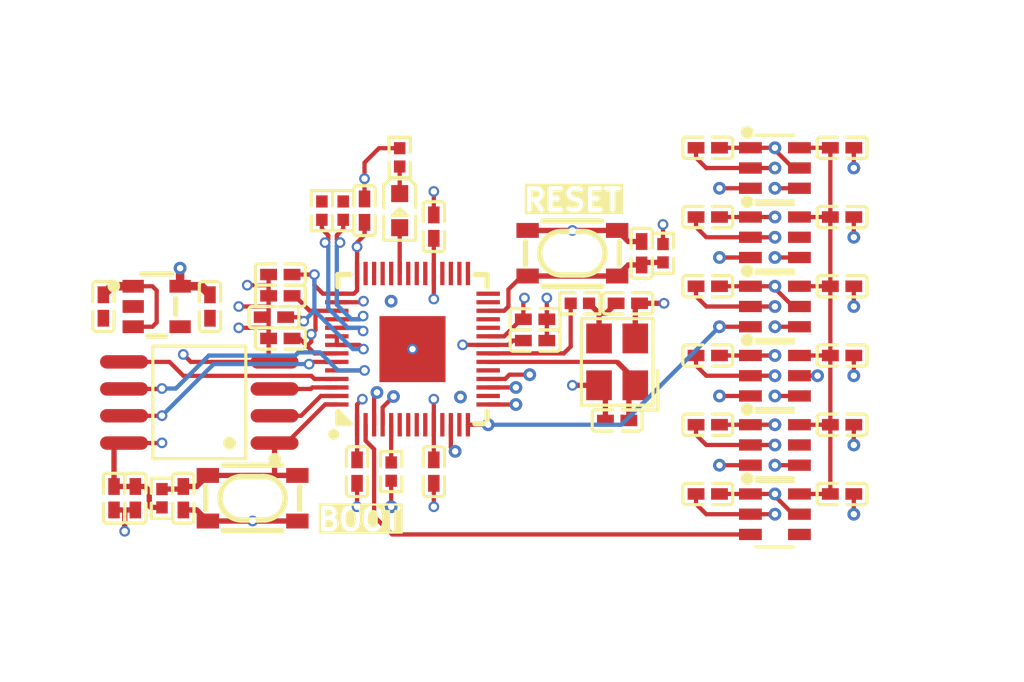
<source format=kicad_pcb>
(kicad_pcb (version 20241229) (generator "pcbnew") (generator_version "9.0")
  (layers (0 "F.Cu" signal) (4 "In1.Cu" signal) (6 "In2.Cu" signal) (2 "B.Cu" signal) (13 "F.Paste" user) (15 "B.Paste" user) (5 "F.SilkS" user "F.Silkscreen") (7 "B.SilkS" user "B.Silkscreen") (1 "F.Mask" user) (3 "B.Mask" user) (25 "Edge.Cuts" user))
  (net 0 "")
  (net 1 "GPIO4")
  (net 2 "GPIO10")
  (net 3 "QSPI_SS")
  (net 4 "GPIO5")
  (net 5 "TESTEN")
  (net 6 "mcu-line-1")
  (net 7 "GPIO8")
  (net 8 "USB_P")
  (net 9 "VBUS")
  (net 10 "-line-6")
  (net 11 "K")
  (net 12 "GPIO22")
  (net 13 "-line-0")
  (net 14 "UART_RX")
  (net 15 "RP_USB_P")
  (net 16 "GPIO13")
  (net 17 "RP_USB_N")
  (net 18 "SWD")
  (net 19 "SWO")
  (net 20 "GPIO7")
  (net 21 "3V3")
  (net 22 "DO")
  (net 23 "UART_TX")
  (net 24 "RUN")
  (net 25 "SWDIO")
  (net 26 "hv")
  (net 27 "-line-1")
  (net 28 "SWCLK")
  (net 29 "GPIO17")
  (net 30 "GPIO16")
  (net 31 "GPIO6")
  (net 32 "DVDD")
  (net 33 "mcu-line-5")
  (net 34 "-line-3")
  (net 35 "GPIO21")
  (net 36 "USB_N")
  (net 37 "mcu-line-7")
  (net 38 "xin")
  (net 39 "mcu-line-3")
  (net 40 "-line-2")
  (net 41 "-line-5")
  (net 42 "output")
  (net 43 "DI")
  (net 44 "nRESET")
  (net 45 "QSPI_SD2")
  (net 46 "GND")
  (net 47 "mcu-line-2")
  (net 48 "mcu-line-4")
  (net 49 "GND_DETECT")
  (net 50 "A")
  (net 51 "net")
  (net 52 "-line-4")
  (net 53 "GPIO24")
  (net 54 "xout")
  (net 55 "GPIO23")
  (net 56 "QSPI_SD3")
  (net 57 "QSPI_SCLK")
  (net 58 "-line-7")
  (net 59 "mcu-line-0")
  (net 60 "mcu-line-6")
  (footprint "Wuxi_I_core_Elec_AiP74LVC1T45GB236_TR:SOT-23-6_L2.9-W1.6-P0.95-LS2.8-BL" (layer "F.Cu") (at 17 4.5 -90)
    (property "Reference" "U7" (hide yes))
    (property "Value" "")
  )
  (footprint "Samsung_Electro_Mechanics_CL05A225MQ5NSNC:C0402" (layer "F.Cu") (at -6.2 -2.5 180)
    (property "Reference" "C16" (hide yes))
    (property "Value" "2.2µF ±20% 6.3V X5R")
  )
  (footprint "Samsung_Electro_Mechanics_CL05A225MQ5NSNC:C0402" (layer "F.Cu") (at -13.999999 7 -90)
    (property "Reference" "C28" (hide yes))
    (property "Value" "2.2µF ±20% 6.3V X5R")
  )
  (footprint "Raspberry_Pi_RP2040:LQFN-56_L7.0-W7.0-P0.4-EP" (layer "F.Cu") (at 0 0 90)
    (property "Reference" "U8" (hide yes))
    (property "Value" "")
  )
  (footprint "Samsung_Electro_Mechanics_CL05B104KO5NNNC:C0402" (layer "F.Cu") (at 5.749999 -1.4 0)
    (property "Reference" "C18" (hide yes))
    (property "Value" "100nF ±10% 16V X7R")
  )
  (footprint "Samsung_Electro_Mechanics_CL05A225MQ5NSNC:C0402" (layer "F.Cu") (at -6.2 -3.5 180)
    (property "Reference" "C21" (hide yes))
    (property "Value" "2.2µF ±20% 6.3V X5R")
  )
  (footprint "Wuxi_I_core_Elec_AiP74LVC1T45GB236_TR:SOT-23-6_L2.9-W1.6-P0.95-LS2.8-BL" (layer "F.Cu") (at 17 -5.25 -90)
    (property "Reference" "U4" (hide yes))
    (property "Value" "")
  )
  (footprint "Wuxi_I_core_Elec_AiP74LVC1T45GB236_TR:SOT-23-6_L2.9-W1.6-P0.95-LS2.8-BL" (layer "F.Cu") (at 17 -8.5 -90)
    (property "Reference" "U5" (hide yes))
    (property "Value" "")
  )
  (footprint "Samsung_Electro_Mechanics_CL05B104KO5NNNC:C0402" (layer "F.Cu") (at 20.150001 6.8 0)
    (property "Reference" "C12" (hide yes))
    (property "Value" "100nF ±10% 16V X7R")
  )
  (footprint "Hubei_KENTO_Elec_KT_0603R:LED0603-RD" (layer "F.Cu") (at -0.6 -6.5 -90)
    (property "Reference" "LED1" (hide yes))
    (property "Value" "")
  )
  (footprint "Wuxi_I_core_Elec_AiP74LVC1T45GB236_TR:SOT-23-6_L2.9-W1.6-P0.95-LS2.8-BL" (layer "F.Cu") (at 17 1.25 -90)
    (property "Reference" "U2" (hide yes))
    (property "Value" "")
  )
  (footprint "Samsung_Electro_Mechanics_CL05B104KO5NNNC:C0402" (layer "F.Cu") (at 5.75 -0.4 0)
    (property "Reference" "C23" (hide yes))
    (property "Value" "100nF ±10% 16V X7R")
  )
  (footprint "FH_0402CG150J500NT:C0402" (layer "F.Cu") (at 9.6 3.35 180)
    (property "Reference" "C19" (hide yes))
    (property "Value" "15pF ±5% 50V C0G")
  )
  (footprint "Samsung_Electro_Mechanics_CL05B104KO5NNNC:C0402" (layer "F.Cu") (at -9.5 -2 -90)
    (property "Reference" "C2" (hide yes))
    (property "Value" "100nF ±10% 16V X7R")
  )
  (footprint "Samsung_Electro_Mechanics_CL05B104KO5NNNC:C0402" (layer "F.Cu") (at 20.150001 -2.95 0)
    (property "Reference" "C6" (hide yes))
    (property "Value" "100nF ±10% 16V X7R")
  )
  (footprint "Samsung_Electro_Mechanics_CL05B104KO5NNNC:C0402" (layer "F.Cu") (at 13.85 -2.95 180)
    (property "Reference" "C5" (hide yes))
    (property "Value" "100nF ±10% 16V X7R")
  )
  (footprint "Samsung_Electro_Mechanics_CL05B104KO5NNNC:C0402" (layer "F.Cu") (at -14.5 -2 -90)
    (property "Reference" "C1" (hide yes))
    (property "Value" "100nF ±10% 16V X7R")
  )
  (footprint "Samsung_Electro_Mechanics_CL05B104KO5NNNC:C0402" (layer "F.Cu") (at 20.150001 -9.45 0)
    (property "Reference" "C10" (hide yes))
    (property "Value" "100nF ±10% 16V X7R")
  )
  (footprint "Yangxing_Tech_X322512MSB4SI:CRYSTAL-SMD_4P-L3.2-W2.5-BL" (layer "F.Cu") (at 9.6 0.6 90)
    (property "Reference" "X1" (hide yes))
    (property "Value" "")
  )
  (footprint "Samsung_Electro_Mechanics_CL05B104KO5NNNC:C0402" (layer "F.Cu") (at -2.25 -6.5 90)
    (property "Reference" "C24" (hide yes))
    (property "Value" "100nF ±10% 16V X7R")
  )
  (footprint "Samsung_Electro_Mechanics_CL05B104KO5NNNC:C0402" (layer "F.Cu") (at -6.5 -1.5 180)
    (property "Reference" "C22" (hide yes))
    (property "Value" "100nF ±10% 16V X7R")
  )
  (footprint "Wuxi_I_core_Elec_AiP74LVC1T45GB236_TR:SOT-23-6_L2.9-W1.6-P0.95-LS2.8-BL" (layer "F.Cu") (at 17 7.75 -90)
    (property "Reference" "U6" (hide yes))
    (property "Value" "")
  )
  (footprint "Samsung_Electro_Mechanics_CL05A105KA5NQNC:C0402" (layer "F.Cu") (at -10.749999 7 -90)
    (property "Reference" "C15" (hide yes))
    (property "Value" "1µF ±10% 25V X5R")
  )
  (footprint "Samsung_Electro_Mechanics_CL05B104KO5NNNC:C0402" (layer "F.Cu") (at 1 5.75 -90)
    (property "Reference" "C27" (hide yes))
    (property "Value" "100nF ±10% 16V X7R")
  )
  (footprint "Samsung_Electro_Mechanics_CL05A105KA5NQNC:C0402" (layer "F.Cu") (at 10.749999 -4.5 90)
    (property "Reference" "C30" (hide yes))
    (property "Value" "1µF ±10% 25V X5R")
  )
  (footprint "YAGEO_RC0402FR_0727RL:R0402" (layer "F.Cu") (at -3.25 -6.5 -90)
    (property "Reference" "R7" (hide yes))
    (property "Value" "27Ω ±1% 62.5mW")
  )
  (footprint "Samsung_Electro_Mechanics_CL05B104KO5NNNC:C0402" (layer "F.Cu") (at 13.85 -6.2 180)
    (property "Reference" "C7" (hide yes))
    (property "Value" "100nF ±10% 16V X7R")
  )
  (footprint "Samsung_Electro_Mechanics_CL05B104KO5NNNC:C0402" (layer "F.Cu") (at 13.85 -9.45 180)
    (property "Reference" "C9" (hide yes))
    (property "Value" "100nF ±10% 16V X7R")
  )
  (footprint "UNI_ROYAL_0402WGF1002TCE:R0402" (layer "F.Cu") (at -11.75 7 90)
    (property "Reference" "R2" (hide yes))
    (property "Value" "10kΩ ±1% 62.5mW")
  )
  (footprint "Wuxi_I_core_Elec_AiP74LVC1T45GB236_TR:SOT-23-6_L2.9-W1.6-P0.95-LS2.8-BL" (layer "F.Cu") (at 17 -2 -90)
    (property "Reference" "U3" (hide yes))
    (property "Value" "")
  )
  (footprint "YAGEO_RC0402FR_0727RL:R0402" (layer "F.Cu") (at -4.25 -6.5 -90)
    (property "Reference" "R6" (hide yes))
    (property "Value" "27Ω ±1% 62.5mW")
  )
  (footprint "Samsung_Electro_Mechanics_CL05B104KO5NNNC:C0402" (layer "F.Cu") (at 13.85 6.8 180)
    (property "Reference" "C11" (hide yes))
    (property "Value" "100nF ±10% 16V X7R")
  )
  (footprint "TECH_PUBLIC_TPAP2112K_3_3TRG1:SOT-23-5_L2.9-W1.6-P0.95-LS2.8-BR" (layer "F.Cu") (at -12 -2 180)
    (property "Reference" "U1" (hide yes))
    (property "Value" "")
  )
  (footprint "UNI_ROYAL_0402WGF1001TCE:R0402" (layer "F.Cu") (at 7.85 -2.15 180)
    (property "Reference" "R3" (hide yes))
    (property "Value" "1kΩ ±1% 62.5mW")
  )
  (footprint "FH_0402CG150J500NT:C0402" (layer "F.Cu") (at 10.1 -2.15 0)
    (property "Reference" "C20" (hide yes))
    (property "Value" "15pF ±5% 50V C0G")
  )
  (footprint "Samsung_Electro_Mechanics_CL05B104KO5NNNC:C0402" (layer "F.Cu") (at -13 7 -90)
    (property "Reference" "C29" (hide yes))
    (property "Value" "100nF ±10% 16V X7R")
  )
  (footprint "Samsung_Electro_Mechanics_CL05B104KO5NNNC:C0402" (layer "F.Cu") (at 13.85 3.55 180)
    (property "Reference" "C13" (hide yes))
    (property "Value" "100nF ±10% 16V X7R")
  )
  (footprint "Samsung_Electro_Mechanics_CL05B104KO5NNNC:C0402" (layer "F.Cu") (at 1 -5.75 90)
    (property "Reference" "C25" (hide yes))
    (property "Value" "100nF ±10% 16V X7R")
  )
  (footprint "ALPSALPINE_SKRPACE010:KEY-SMD_4P-L4.2-W3.2-P2.20-LS4.6" (layer "F.Cu") (at 7.499999 -4.5 0)
    (property "Reference" "SW2" (hide yes))
    (property "Value" "")
  )
  (footprint "ALPSALPINE_SKRPACE010:KEY-SMD_4P-L4.2-W3.2-P2.20-LS4.6" (layer "F.Cu") (at -7.499999 7 180)
    (property "Reference" "SW1" (hide yes))
    (property "Value" "")
  )
  (footprint "Winbond_Elec_W25Q128JVSIQ:SOIC-8_L5.3-W5.3-P1.27-LS8.0-BL" (layer "F.Cu") (at -10 2.5 90)
    (property "Reference" "U9" (hide yes))
    (property "Value" "")
  )
  (footprint "Samsung_Electro_Mechanics_CL05B104KO5NNNC:C0402" (layer "F.Cu") (at -6.2 -0.499999 180)
    (property "Reference" "C17" (hide yes))
    (property "Value" "100nF ±10% 16V X7R")
  )
  (footprint "UNI_ROYAL_0402WGF1003TCE:R0402" (layer "F.Cu") (at -1 5.75 -90)
    (property "Reference" "R1" (hide yes))
    (property "Value" "100kΩ ±1% 62.5mW")
  )
  (footprint "Samsung_Electro_Mechanics_CL05B104KO5NNNC:C0402" (layer "F.Cu") (at 20.150001 0.3 0)
    (property "Reference" "C4" (hide yes))
    (property "Value" "100nF ±10% 16V X7R")
  )
  (footprint "Samsung_Electro_Mechanics_CL05B104KO5NNNC:C0402" (layer "F.Cu") (at 20.150001 3.55 0)
    (property "Reference" "C14" (hide yes))
    (property "Value" "100nF ±10% 16V X7R")
  )
  (footprint "UNI_ROYAL_0402WGF1002TCE:R0402" (layer "F.Cu") (at 11.75 -4.5 -90)
    (property "Reference" "R5" (hide yes))
    (property "Value" "10kΩ ±1% 62.5mW")
  )
  (footprint "Samsung_Electro_Mechanics_CL05B104KO5NNNC:C0402" (layer "F.Cu") (at -2.600001 5.75 -90)
    (property "Reference" "C26" (hide yes))
    (property "Value" "100nF ±10% 16V X7R")
  )
  (footprint "Samsung_Electro_Mechanics_CL05B104KO5NNNC:C0402" (layer "F.Cu") (at 20.150001 -6.2 0)
    (property "Reference" "C8" (hide yes))
    (property "Value" "100nF ±10% 16V X7R")
  )
  (footprint "UNI_ROYAL_0402WGF1002TCE:R0402" (layer "F.Cu") (at -0.6 -9 -90)
    (property "Reference" "R4" (hide yes))
    (property "Value" "10kΩ ±1% 62.5mW")
  )
  (footprint "Samsung_Electro_Mechanics_CL05B104KO5NNNC:C0402" (layer "F.Cu") (at 13.85 0.3 180)
    (property "Reference" "C3" (hide yes))
    (property "Value" "100nF ±10% 16V X7R")
  )
  (via (at 4.85 2.600001) (size 0.6) (drill 0.3) (layers "F.Cu" "B.Cu") (net 13))
  (via (at 14.4 2.2) (size 0.6) (drill 0.3) (layers "F.Cu" "B.Cu") (net 13))
  (via (at 17 5.45) (size 0.6) (drill 0.3) (layers "F.Cu" "B.Cu") (net 14))
  (via (at -2.314537 -0.85) (size 0.5) (drill 0.3) (layers "F.Cu" "B.Cu") (net 15))
  (via (at -4.1 -5) (size 0.5) (drill 0.3) (layers "F.Cu" "B.Cu") (net 15))
  (via (at -3.4 -5) (size 0.5) (drill 0.3) (layers "F.Cu" "B.Cu") (net 17))
  (via (at -2.314537 -1.55) (size 0.5) (drill 0.3) (layers "F.Cu" "B.Cu") (net 17))
  (via (at 17 -4.3) (size 0.6) (drill 0.3) (layers "F.Cu" "B.Cu") (net 19))
  (via (at 17 6.8) (size 0.6) (drill 0.3) (layers "F.Cu" "B.Cu") (net 21))
  (via (at 11.75 -5.85) (size 0.5) (drill 0.3) (layers "F.Cu" "B.Cu") (net 21))
  (via (at 1 2.35) (size 0.5) (drill 0.3) (layers "F.Cu" "B.Cu") (net 21))
  (via (at -2.300001 0) (size 0.5) (drill 0.3) (layers "F.Cu" "B.Cu") (net 21))
  (via (at -1 7.4) (size 0.6) (drill 0.3) (layers "F.Cu" "B.Cu") (net 21))
  (via (at -4.6 -3.5) (size 0.5) (drill 0.3) (layers "F.Cu" "B.Cu") (net 21))
  (via (at -2.601 -4.8) (size 0.5) (drill 0.3) (layers "F.Cu" "B.Cu") (net 21))
  (via (at 17 3.55) (size 0.6) (drill 0.3) (layers "F.Cu" "B.Cu") (net 21))
  (via (at -5.1 -1.308065) (size 0.5) (drill 0.3) (layers "F.Cu" "B.Cu") (net 21))
  (via (at 17 -6.2) (size 0.6) (drill 0.3) (layers "F.Cu" "B.Cu") (net 21))
  (via (at -11.75 4.4) (size 0.5) (drill 0.3) (layers "F.Cu" "B.Cu") (net 21))
  (via (at -10.9 -3.8) (size 0.6) (drill 0.3) (layers "F.Cu" "B.Cu") (net 21))
  (via (at 17 -2.95) (size 0.6) (drill 0.3) (layers "F.Cu" "B.Cu") (net 21))
  (via (at 1 -2.35) (size 0.5) (drill 0.3) (layers "F.Cu" "B.Cu") (net 21))
  (via (at 17 -9.45) (size 0.6) (drill 0.3) (layers "F.Cu" "B.Cu") (net 21))
  (via (at 2.35 -0.199999) (size 0.5) (drill 0.3) (layers "F.Cu" "B.Cu") (net 21))
  (via (at -2.298886 -2.249829) (size 0.5) (drill 0.3) (layers "F.Cu" "B.Cu") (net 21))
  (via (at -2.35 2.35) (size 0.5) (drill 0.3) (layers "F.Cu" "B.Cu") (net 21))
  (via (at 17 0.3) (size 0.6) (drill 0.3) (layers "F.Cu" "B.Cu") (net 21))
  (via (at 17 2.2) (size 0.6) (drill 0.3) (layers "F.Cu" "B.Cu") (net 25))
  (via (at 19 1.25) (size 0.6) (drill 0.3) (layers "F.Cu" "B.Cu") (net 27))
  (via (at 2 4.8) (size 0.6) (drill 0.3) (layers "F.Cu" "B.Cu") (net 27))
  (via (at -4.75 -0.7) (size 0.5) (drill 0.3) (layers "F.Cu" "B.Cu") (net 32))
  (via (at 5.25 -2.4) (size 0.5) (drill 0.3) (layers "F.Cu" "B.Cu") (net 32))
  (via (at 17 -1.05) (size 0.6) (drill 0.3) (layers "F.Cu" "B.Cu") (net 34))
  (via (at -0.892175 2.226491) (size 0.6) (drill 0.3) (layers "F.Cu" "B.Cu") (net 37))
  (via (at 3.55 3.55) (size 0.6) (drill 0.3) (layers "F.Cu" "B.Cu") (net 40))
  (via (at 14.4 -1.05) (size 0.6) (drill 0.3) (layers "F.Cu" "B.Cu") (net 40))
  (via (at 5.5 1.2) (size 0.6) (drill 0.3) (layers "F.Cu" "B.Cu") (net 41))
  (via (at 14.4 -7.55) (size 0.6) (drill 0.3) (layers "F.Cu" "B.Cu") (net 41))
  (via (at 17 -7.55) (size 0.6) (drill 0.3) (layers "F.Cu" "B.Cu") (net 44))
  (via (at -7.5 8.07) (size 0.5) (drill 0.3) (layers "F.Cu" "B.Cu") (net 46))
  (via (at 6.3 -2.4) (size 0.5) (drill 0.3) (layers "F.Cu" "B.Cu") (net 46))
  (via (at 1 -7.4) (size 0.5) (drill 0.3) (layers "F.Cu" "B.Cu") (net 46))
  (via (at 17 7.75) (size 0.6) (drill 0.3) (layers "F.Cu" "B.Cu") (net 46))
  (via (at 2.25 2.25) (size 0.6) (drill 0.3) (layers "F.Cu" "B.Cu") (net 46))
  (via (at 7.499999 1.7) (size 0.5) (drill 0.3) (layers "F.Cu" "B.Cu") (net 46))
  (via (at 17 -2) (size 0.6) (drill 0.3) (layers "F.Cu" "B.Cu") (net 46))
  (via (at 20.7 1.25) (size 0.6) (drill 0.3) (layers "F.Cu" "B.Cu") (net 46))
  (via (at 17 -8.5) (size 0.6) (drill 0.3) (layers "F.Cu" "B.Cu") (net 46))
  (via (at 17 4.5) (size 0.6) (drill 0.3) (layers "F.Cu" "B.Cu") (net 46))
  (via (at 20.7 -5.25) (size 0.6) (drill 0.3) (layers "F.Cu" "B.Cu") (net 46))
  (via (at -13.500001 8.55) (size 0.5) (drill 0.3) (layers "F.Cu" "B.Cu") (net 46))
  (via (at 17 1.25) (size 0.6) (drill 0.3) (layers "F.Cu" "B.Cu") (net 46))
  (via (at 20.7 7.75) (size 0.6) (drill 0.3) (layers "F.Cu" "B.Cu") (net 46))
  (via (at -1 -2.25) (size 0.6) (drill 0.3) (layers "F.Cu" "B.Cu") (net 46))
  (via (at 20.7 4.5) (size 0.6) (drill 0.3) (layers "F.Cu" "B.Cu") (net 46))
  (via (at -10.75 0.25) (size 0.5) (drill 0.3) (layers "F.Cu" "B.Cu") (net 46))
  (via (at -7.75 -3) (size 0.5) (drill 0.3) (layers "F.Cu" "B.Cu") (net 46))
  (via (at 0 0) (size 0.5) (drill 0.3) (layers "F.Cu" "B.Cu") (net 46))
  (via (at 17 -5.25) (size 0.6) (drill 0.3) (layers "F.Cu" "B.Cu") (net 46))
  (via (at 1 7.4) (size 0.5) (drill 0.3) (layers "F.Cu" "B.Cu") (net 46))
  (via (at -8.15 -2) (size 0.5) (drill 0.3) (layers "F.Cu" "B.Cu") (net 46))
  (via (at -2.25 -8) (size 0.5) (drill 0.3) (layers "F.Cu" "B.Cu") (net 46))
  (via (at -2.6 7.4) (size 0.5) (drill 0.3) (layers "F.Cu" "B.Cu") (net 46))
  (via (at 20.7 -2) (size 0.6) (drill 0.3) (layers "F.Cu" "B.Cu") (net 46))
  (via (at 20.7 -8.5) (size 0.6) (drill 0.3) (layers "F.Cu" "B.Cu") (net 46))
  (via (at 11.8 -2.150001) (size 0.5) (drill 0.3) (layers "F.Cu" "B.Cu") (net 46))
  (via (at 7.5 -5.57) (size 0.5) (drill 0.3) (layers "F.Cu" "B.Cu") (net 46))
  (via (at -8.15 -1) (size 0.5) (drill 0.3) (layers "F.Cu" "B.Cu") (net 46))
  (via (at 4.85 1.8) (size 0.6) (drill 0.3) (layers "F.Cu" "B.Cu") (net 52))
  (via (at 14.4 -4.3) (size 0.6) (drill 0.3) (layers "F.Cu" "B.Cu") (net 52))
  (via (at -11.75 3.125) (size 0.5) (drill 0.3) (layers "F.Cu" "B.Cu") (net 56))
  (via (at -4.85 0.704) (size 0.5) (drill 0.3) (layers "F.Cu" "B.Cu") (net 56))
  (via (at -2.25 1) (size 0.5) (drill 0.3) (layers "F.Cu" "B.Cu") (net 57))
  (via (at -11.75 1.85) (size 0.5) (drill 0.3) (layers "F.Cu" "B.Cu") (net 57))
  (via (at 14.4 5.45) (size 0.6) (drill 0.3) (layers "F.Cu" "B.Cu") (net 58))
  (via (at -1.669073 2.035616) (size 0.6) (drill 0.3) (layers "F.Cu" "B.Cu") (net 58))
  (segment (start -10.12 6.45) (end -9.6 5.93) (width 0.25) (net 3) (layer "F.Cu"))
  (segment (start -5.91 4.41) (end -4.1 2.6) (width 0.2) (net 3) (layer "F.Cu"))
  (segment (start -5.4 5.93) (end -6.47 5.93) (width 0.25) (net 3) (layer "F.Cu"))
  (segment (start -10.87 6.57) (end -10.75 6.45) (width 0.25) (net 3) (layer "F.Cu"))
  (segment (start -10.75 6.45) (end -10.12 6.45) (width 0.25) (net 3) (layer "F.Cu"))
  (segment (start -4.1 2.6) (end -3.55 2.600001) (width 0.2) (net 3) (layer "F.Cu"))
  (segment (start -6.47 4.41) (end -5.91 4.41) (width 0.2) (net 3) (layer "F.Cu"))
  (segment (start -6.47 5.93) (end -6.47 4.41) (width 0.25) (net 3) (layer "F.Cu"))
  (segment (start -9.6 5.93) (end -5.4 5.93) (width 0.25) (net 3) (layer "F.Cu"))
  (segment (start -11.75 6.57) (end -10.87 6.57) (width 0.25) (net 3) (layer "F.Cu"))
  (segment (start -12 -1.25) (end -12 -2.75) (width 0.2) (net 9) (layer "F.Cu"))
  (segment (start -12.2 -1.05) (end -12 -1.25) (width 0.2) (net 9) (layer "F.Cu"))
  (segment (start -12.2 -2.95) (end -13.1 -2.95) (width 0.2) (net 9) (layer "F.Cu"))
  (segment (start -12 -2.75) (end -12.2 -2.95) (width 0.2) (net 9) (layer "F.Cu"))
  (segment (start -14.100001 -2.95) (end -13.1 -2.95) (width 0.4) (net 9) (layer "F.Cu"))
  (segment (start -13.1 -1.05) (end -12.2 -1.05) (width 0.2) (net 9) (layer "F.Cu"))
  (segment (start -14.5 -2.55) (end -14.100001 -2.95) (width 0.4) (net 9) (layer "F.Cu"))
  (segment (start -1.8 4.7) (end -2.2 4.3) (width 0.2) (net 10) (layer "F.Cu"))
  (segment (start -1.8 7.85) (end -1.8 4.7) (width 0.2) (net 10) (layer "F.Cu"))
  (segment (start 15.849999 8.7) (end -0.949999 8.7) (width 0.2) (net 10) (layer "F.Cu"))
  (segment (start -2.2 4.3) (end -2.2 3.55) (width 0.2) (net 10) (layer "F.Cu"))
  (segment (start -0.949999 8.7) (end -1.8 7.85) (width 0.2) (net 10) (layer "F.Cu"))
  (segment (start -0.6 -7.299999) (end -0.6 -8.57) (width 0.2) (net 11) (layer "F.Cu"))
  (segment (start 15.85 2.199999) (end 14.4 2.2) (width 0.2) (net 13) (layer "F.Cu"))
  (segment (start 4.85 2.600001) (end 3.55 2.600001) (width 0.2) (net 13) (layer "F.Cu"))
  (segment (start 18.15 5.45) (end 17 5.45) (width 0.2) (net 14) (layer "F.Cu"))
  (segment (start -2.464537 -1) (end -2.314537 -0.85) (width 0.2) (net 15) (layer "F.Cu"))
  (segment (start -3.95 -5.342499) (end -3.95 -5.15) (width 0.2) (net 15) (layer "F.Cu"))
  (segment (start -4.25 -6.07) (end -4.25 -5.642499) (width 0.2) (net 15) (layer "F.Cu"))
  (segment (start -3.95 -5.15) (end -4.1 -5) (width 0.2) (net 15) (layer "F.Cu"))
  (segment (start -4.25 -5.642499) (end -3.95 -5.342499) (width 0.2) (net 15) (layer "F.Cu"))
  (segment (start -3.55 -1) (end -2.464537 -1) (width 0.2) (net 15) (layer "F.Cu"))
  (segment (start -3.032844 -1) (end -3.95 -1.917156) (width 0.2) (net 15) (layer "B.Cu"))
  (segment (start -2.314537 -0.85) (end -2.464537 -1) (width 0.2) (net 15) (layer "B.Cu"))
  (segment (start -2.464537 -1) (end -3.032844 -1) (width 0.2) (net 15) (layer "B.Cu"))
  (segment (start -3.95 -4.85) (end -4.1 -5) (width 0.2) (net 15) (layer "B.Cu"))
  (segment (start -3.95 -1.917156) (end -3.95 -4.85) (width 0.2) (net 15) (layer "B.Cu"))
  (segment (start -3.55 -5.15) (end -3.4 -5) (width 0.2) (net 17) (layer "F.Cu"))
  (segment (start -3.55 -5.342499) (end -3.55 -5.15) (width 0.2) (net 17) (layer "F.Cu"))
  (segment (start -3.550001 -1.4) (end -2.464537 -1.4) (width 0.2) (net 17) (layer "F.Cu"))
  (segment (start -2.464537 -1.4) (end -2.314537 -1.55) (width 0.2) (net 17) (layer "F.Cu"))
  (segment (start -3.25 -6.07) (end -3.25 -5.642499) (width 0.2) (net 17) (layer "F.Cu"))
  (segment (start -3.25 -5.642499) (end -3.55 -5.342499) (width 0.2) (net 17) (layer "F.Cu"))
  (segment (start -2.464537 -1.4) (end -2.867156 -1.4) (width 0.2) (net 17) (layer "B.Cu"))
  (segment (start -2.314537 -1.55) (end -2.464537 -1.4) (width 0.2) (net 17) (layer "B.Cu"))
  (segment (start -3.55 -4.85) (end -3.4 -5) (width 0.2) (net 17) (layer "B.Cu"))
  (segment (start -3.55 -2.082844) (end -3.55 -4.85) (width 0.2) (net 17) (layer "B.Cu"))
  (segment (start -2.867156 -1.4) (end -3.55 -2.082844) (width 0.2) (net 17) (layer "B.Cu"))
  (segment (start 18.15 -4.3) (end 17 -4.3) (width 0.2) (net 19) (layer "F.Cu"))
  (segment (start 14.4 -2.95) (end 15.849999 -2.95) (width 0.2) (net 21) (layer "F.Cu"))
  (segment (start -2.600001 -3.55) (end -2.6 -2.75) (width 0.2) (net 21) (layer "F.Cu"))
  (segment (start 17 6.900057) (end 17 6.8) (width 0.2) (net 21) (layer "F.Cu"))
  (segment (start -5.95 -1.5) (end -5.291935 -1.5) (width 0.2) (net 21) (layer "F.Cu"))
  (segment (start -4.6 -3) (end -4.6 -3.5) (width 0.2) (net 21) (layer "F.Cu"))
  (segment (start 18.15 -8.500001) (end 17.849943 -8.5) (width 0.2) (net 21) (layer "F.Cu"))
  (segment (start 17.849943 -8.5) (end 17 -9.349943) (width 0.2) (net 21) (layer "F.Cu"))
  (segment (start -2.601 -4.8) (end -2.601 -3.55) (width 0.2) (net 21) (layer "F.Cu"))
  (segment (start -2.6 5.2) (end -2.600001 3.55) (width 0.2) (net 21) (layer "F.Cu"))
  (segment (start 18.150001 -2) (end 17.849943 -2) (width 0.2) (net 21) (layer "F.Cu"))
  (segment (start 14.4 3.55) (end 15.85 3.550001) (width 0.2) (net 21) (layer "F.Cu"))
  (segment (start -2.348715 -2.2) (end -2.298886 -2.249829) (width 0.2) (net 21) (layer "F.Cu"))
  (segment (start -2.600001 3.55) (end -2.6 2.6) (width 0.2) (net 21) (layer "F.Cu"))
  (segment (start -2.6 2.6) (end -2.35 2.35) (width 0.2) (net 21) (layer "F.Cu"))
  (segment (start -12.346 6.654) (end -12.346 7.354) (width 0.25) (net 21) (layer "F.Cu"))
  (segment (start 1 5.2) (end 1 3.55) (width 0.2) (net 21) (layer "F.Cu"))
  (segment (start 1 -3.55) (end 1 -2.35) (width 0.2) (net 21) (layer "F.Cu"))
  (segment (start -12.346 7.354) (end -12.27 7.43) (width 0.25) (net 21) (layer "F.Cu"))
  (segment (start 14.4 -9.45) (end 15.85 -9.450001) (width 0.2) (net 21) (layer "F.Cu"))
  (segment (start -4.2 -2.6) (end -4.6 -3) (width 0.2) (net 21) (layer "F.Cu"))
  (segment (start 14.4 -6.2) (end 15.85 -6.200001) (width 0.2) (net 21) (layer "F.Cu"))
  (segment (start 15.849999 -2.95) (end 17 -2.95) (width 0.2) (net 21) (layer "F.Cu"))
  (segment (start -2.25 -5.95) (end -2.25 -5.35) (width 0.2) (net 21) (layer "F.Cu"))
  (segment (start -13 6.45) (end -12.55 6.45) (width 0.25) (net 21) (layer "F.Cu"))
  (segment (start -2.5 -0.199999) (end -2.300001 0) (width 0.2) (net 21) (layer "F.Cu"))
  (segment (start 17.849943 7.75) (end 17 6.900057) (width 0.2) (net 21) (layer "F.Cu"))
  (segment (start 3.55 -0.199999) (end 2.35 -0.199999) (width 0.2) (net 21) (layer "F.Cu"))
  (segment (start -12.27 7.43) (end -11.75 7.43) (width 0.25) (net 21) (layer "F.Cu"))
  (segment (start -3.55 -2.600001) (end -4.2 -2.6) (width 0.2) (net 21) (layer "F.Cu"))
  (segment (start 1 -3.55) (end 1 -5.2) (width 0.2) (net 21) (layer "F.Cu"))
  (segment (start 15.85 -9.450001) (end 17 -9.45) (width 0.2) (net 21) (layer "F.Cu"))
  (segment (start 3.55 -0.199999) (end 4.5 -0.2) (width 0.2) (net 21) (layer "F.Cu"))
  (segment (start -3.55 -0.199999) (end -2.5 -0.199999) (width 0.2) (net 21) (layer "F.Cu"))
  (segment (start 1 3.55) (end 1 2.35) (width 0.2) (net 21) (layer "F.Cu"))
  (segment (start 15.85 3.550001) (end 17 3.55) (width 0.2) (net 21) (layer "F.Cu"))
  (segment (start -14 6.45) (end -13 6.45) (width 0.25) (net 21) (layer "F.Cu"))
  (segment (start -1 6.18) (end -1 7.4) (width 0.2) (net 21) (layer "F.Cu"))
  (segment (start -12.55 6.45) (end -12.346 6.654) (width 0.25) (net 21) (layer "F.Cu"))
  (segment (start 14.4 0.3) (end 15.85 0.300001) (width 0.2) (net 21) (layer "F.Cu"))
  (segment (start -3.55 -0.6) (end -3.55 -0.199999) (width 0.2) (net 21) (layer "F.Cu"))
  (segment (start 4.7 -0.4) (end 5.2 -0.4) (width 0.2) (net 21) (layer "F.Cu"))
  (segment (start 17 -9.349943) (end 17 -9.45) (width 0.2) (net 21) (layer "F.Cu"))
  (segment (start 14.4 6.8) (end 15.85 6.800001) (width 0.2) (net 21) (layer "F.Cu"))
  (segment (start -5.291935 -1.5) (end -5.1 -1.308065) (width 0.2) (net 21) (layer "F.Cu"))
  (segment (start 4.5 -0.2) (end 4.7 -0.4) (width 0.2) (net 21) (layer "F.Cu"))
  (segment (start 11.75 -4.93) (end 11.75 -5.85) (width 0.2) (net 21) (layer "F.Cu"))
  (segment (start -9.9 -2.95) (end -9.5 -2.55) (width 0.4) (net 21) (layer "F.Cu"))
  (segment (start -14 4.41) (end -13.53 4.41) (width 0.25) (net 21) (layer "F.Cu"))
  (segment (start -10.9 -2.95) (end -9.9 -2.95) (width 0.4) (net 21) (layer "F.Cu"))
  (segment (start 15.85 0.300001) (end 17 0.3) (width 0.2) (net 21) (layer "F.Cu"))
  (segment (start -2.25 -5.35) (end -2.601 -4.999) (width 0.2) (net 21) (layer "F.Cu"))
  (segment (start -5.65 -3.5) (end -4.6 -3.5) (width 0.2) (net 21) (layer "F.Cu"))
  (segment (start -2.601 -4.999) (end -2.601 -4.8) (width 0.2) (net 21) (layer "F.Cu"))
  (segment (start -3.55 -2.2) (end -2.348715 -2.2) (width 0.2) (net 21) (layer "F.Cu"))
  (segment (start -2.6 -2.75) (end -2.75 -2.6) (width 0.2) (net 21) (layer "F.Cu"))
  (segment (start -10.9 -2.95) (end -10.9 -3.8) (width 0.4) (net 21) (layer "F.Cu"))
  (segment (start -3.55 -2.2) (end -3.55 -2.600001) (width 0.2) (net 21) (layer "F.Cu"))
  (segment (start 17 -2.849943) (end 17 -2.95) (width 0.2) (net 21) (layer "F.Cu"))
  (segment (start -2.75 -2.6) (end -3.55 -2.600001) (width 0.2) (net 21) (layer "F.Cu"))
  (segment (start -11.76 4.41) (end -11.75 4.4) (width 0.2) (net 21) (layer "F.Cu"))
  (segment (start -14 6.45) (end -14 4.41) (width 0.25) (net 21) (layer "F.Cu"))
  (segment (start 15.85 -6.200001) (end 17 -6.2) (width 0.2) (net 21) (layer "F.Cu"))
  (segment (start -13.53 4.41) (end -11.76 4.41) (width 0.2) (net 21) (layer "F.Cu"))
  (segment (start 18.150001 7.75) (end 17.849943 7.75) (width 0.2) (net 21) (layer "F.Cu"))
  (segment (start 17.849943 -2) (end 17 -2.849943) (width 0.2) (net 21) (layer "F.Cu"))
  (segment (start 15.85 6.800001) (end 17 6.8) (width 0.2) (net 21) (layer "F.Cu"))
  (segment (start -4.6 -1.808065) (end -4.6 -3.5) (width 0.2) (net 21) (layer "B.Cu"))
  (segment (start -2.791935 0) (end -4.6 -1.808065) (width 0.2) (net 21) (layer "B.Cu"))
  (segment (start -2.300001 0) (end -2.791935 0) (width 0.2) (net 21) (layer "B.Cu"))
  (segment (start -5.1 -1.308065) (end -4.6 -1.808065) (width 0.2) (net 21) (layer "B.Cu"))
  (segment (start -5.23 3.13) (end -6.47 3.13) (width 0.2) (net 22) (layer "F.Cu"))
  (segment (start -4.3 2.2) (end -5.23 3.13) (width 0.2) (net 22) (layer "F.Cu"))
  (segment (start -3.55 2.2) (end -4.3 2.2) (width 0.2) (net 22) (layer "F.Cu"))
  (segment (start 4.500001 -2.8) (end 5.13 -3.43) (width 0.2) (net 24) (layer "F.Cu"))
  (segment (start 10.75 -3.95) (end 10.12 -3.95) (width 0.25) (net 24) (layer "F.Cu"))
  (segment (start 3.55 -1.8) (end 4.3 -1.8) (width 0.2) (net 24) (layer "F.Cu"))
  (segment (start 5.13 -3.43) (end 5.4 -3.43) (width 0.2) (net 24) (layer "F.Cu"))
  (segment (start 11.75 -4.07) (end 10.87 -4.07) (width 0.25) (net 24) (layer "F.Cu"))
  (segment (start 4.5 -2) (end 4.500001 -2.8) (width 0.2) (net 24) (layer "F.Cu"))
  (segment (start 5.4 -3.43) (end 9.6 -3.43) (width 0.25) (net 24) (layer "F.Cu"))
  (segment (start 10.87 -4.07) (end 10.75 -3.95) (width 0.25) (net 24) (layer "F.Cu"))
  (segment (start 10.12 -3.95) (end 9.6 -3.43) (width 0.25) (net 24) (layer "F.Cu"))
  (segment (start 4.3 -1.8) (end 4.5 -2) (width 0.2) (net 24) (layer "F.Cu"))
  (segment (start 18.15 2.2) (end 17 2.2) (width 0.2) (net 25) (layer "F.Cu"))
  (segment (start 19.6 6.8) (end 19.6 -9.45) (width 0.2) (net 26) (layer "F.Cu"))
  (segment (start 19.6 3.55) (end 18.15 3.55) (width 0.2) (net 26) (layer "F.Cu"))
  (segment (start 19.6 -2.95) (end 18.15 -2.95) (width 0.2) (net 26) (layer "F.Cu"))
  (segment (start 19.6 -9.45) (end 18.15 -9.45) (width 0.2) (net 26) (layer "F.Cu"))
  (segment (start 19.6 -6.2) (end 18.15 -6.2) (width 0.2) (net 26) (layer "F.Cu"))
  (segment (start 19.6 6.8) (end 18.15 6.8) (width 0.2) (net 26) (layer "F.Cu"))
  (segment (start 19.6 0.3) (end 18.15 0.3) (width 0.2) (net 26) (layer "F.Cu"))
  (segment (start 1.8 4.6) (end 2 4.8) (width 0.2) (net 27) (layer "F.Cu"))
  (segment (start 18.150001 1.25) (end 19 1.25) (width 0.2) (net 27) (layer "F.Cu"))
  (segment (start 1.8 3.55) (end 1.8 4.6) (width 0.2) (net 27) (layer "F.Cu"))
  (segment (start -5.65 -2.5) (end -5.525 -2.5) (width 0.2) (net 32) (layer "F.Cu"))
  (segment (start -4.950001 -0.15) (end -4.75 -0.35) (width 0.2) (net 32) (layer "F.Cu"))
  (segment (start -4.75 -0.7) (end -4.55 -0.9) (width 0.2) (net 32) (layer "F.Cu"))
  (segment (start -3.55 0.199999) (end -4.549999 0.2) (width 0.2) (net 32) (layer "F.Cu"))
  (segment (start 3.55 -0.6) (end 4.3 -0.6) (width 0.2) (net 32) (layer "F.Cu"))
  (segment (start -4.825 -1.8) (end -4.55 -1.8) (width 0.2) (net 32) (layer "F.Cu"))
  (segment (start 5.2 -2.35) (end 5.25 -2.4) (width 0.2) (net 32) (layer "F.Cu"))
  (segment (start 5.1 -1.4) (end 5.2 -1.4) (width 0.2) (net 32) (layer "F.Cu"))
  (segment (start -4.55 -0.9) (end -4.55 -1.8) (width 0.2) (net 32) (layer "F.Cu"))
  (segment (start -4.6 0.2) (end -4.950001 -0.15) (width 0.2) (net 32) (layer "F.Cu"))
  (segment (start 5.2 -1.4) (end 5.2 -2.35) (width 0.2) (net 32) (layer "F.Cu"))
  (segment (start -5.3 -0.499999) (end -5.65 -0.5) (width 0.2) (net 32) (layer "F.Cu"))
  (segment (start -4.950001 -0.15) (end -5.3 -0.499999) (width 0.2) (net 32) (layer "F.Cu"))
  (segment (start -4.549999 0.2) (end -4.6 0.2) (width 0.2) (net 32) (layer "F.Cu"))
  (segment (start -4.55 -1.8) (end -3.55 -1.8) (width 0.2) (net 32) (layer "F.Cu"))
  (segment (start -5.525 -2.5) (end -4.825 -1.8) (width 0.2) (net 32) (layer "F.Cu"))
  (segment (start -4.75 -0.35) (end -4.75 -0.7) (width 0.2) (net 32) (layer "F.Cu"))
  (segment (start 4.3 -0.6) (end 5.1 -1.4) (width 0.2) (net 32) (layer "F.Cu"))
  (segment (start 18.15 -1.05) (end 17 -1.05) (width 0.2) (net 34) (layer "F.Cu"))
  (segment (start -1.4 2.734316) (end -0.892175 2.226491) (width 0.2) (net 37) (layer "F.Cu"))
  (segment (start -1.4 3.550001) (end -1.4 2.734316) (width 0.2) (net 37) (layer "F.Cu"))
  (segment (start 10.449999 1.7) (end 10.45 1.45) (width 0.25) (net 38) (layer "F.Cu"))
  (segment (start 3.55 0.6) (end 9.6 0.6) (width 0.2) (net 38) (layer "F.Cu"))
  (segment (start 10.45 1.45) (end 9.65 0.65) (width 0.25) (net 38) (layer "F.Cu"))
  (segment (start 9.6 0.6) (end 9.65 0.65) (width 0.2) (net 38) (layer "F.Cu"))
  (segment (start 10.15 3.35) (end 10.15 2) (width 0.25) (net 38) (layer "F.Cu"))
  (segment (start 10.15 2) (end 10.449999 1.7) (width 0.25) (net 38) (layer "F.Cu"))
  (segment (start 15.85 -1.050001) (end 14.4 -1.05) (width 0.2) (net 40) (layer "F.Cu"))
  (segment (start 2.600001 3.55) (end 3.55 3.55) (width 0.2) (net 40) (layer "F.Cu"))
  (segment (start 9.8 3.550001) (end 14.4 -1.05) (width 0.2) (net 40) (layer "B.Cu"))
  (segment (start 3.55 3.55) (end 9.8 3.550001) (width 0.2) (net 40) (layer "B.Cu"))
  (segment (start 4.55 1.2) (end 5.5 1.2) (width 0.2) (net 41) (layer "F.Cu"))
  (segment (start 4.45 1.3) (end 4.55 1.2) (width 0.2) (net 41) (layer "F.Cu"))
  (segment (start 3.550001 1.4) (end 4.35 1.4) (width 0.2) (net 41) (layer "F.Cu"))
  (segment (start 15.85 -7.55) (end 14.4 -7.55) (width 0.2) (net 41) (layer "F.Cu"))
  (segment (start 4.35 1.4) (end 4.45 1.3) (width 0.2) (net 41) (layer "F.Cu"))
  (segment (start 8.75 -0.5) (end 8.75 -1.68) (width 0.25) (net 42) (layer "F.Cu"))
  (segment (start 9.08 -1.68) (end 9.55 -2.15) (width 0.25) (net 42) (layer "F.Cu"))
  (segment (start 8.75 -1.68) (end 9.08 -1.68) (width 0.25) (net 42) (layer "F.Cu"))
  (segment (start 8.75 -1.68) (end 8.28 -2.15) (width 0.25) (net 42) (layer "F.Cu"))
  (segment (start -11.4 0.6) (end -13.53 0.6) (width 0.2) (net 43) (layer "F.Cu"))
  (segment (start -10.746 1.253999) (end -11.4 0.6) (width 0.2) (net 43) (layer "F.Cu"))
  (segment (start -4.6 1.4) (end -4.746 1.254) (width 0.2) (net 43) (layer "F.Cu"))
  (segment (start -4.746 1.254) (end -10.746 1.253999) (width 0.2) (net 43) (layer "F.Cu"))
  (segment (start -3.550001 1.4) (end -4.6 1.4) (width 0.2) (net 43) (layer "F.Cu"))
  (segment (start 18.15 -7.55) (end 17 -7.55) (width 0.2) (net 44) (layer "F.Cu"))
  (segment (start -4.7 1.8) (end -4.77 1.87) (width 0.2) (net 45) (layer "F.Cu"))
  (segment (start -3.55 1.8) (end -4.7 1.8) (width 0.2) (net 45) (layer "F.Cu"))
  (segment (start -4.77 1.87) (end -6.47 1.87) (width 0.2) (net 45) (layer "F.Cu"))
  (segment (start 15.85 7.75) (end 17 7.75) (width 0.2) (net 46) (layer "F.Cu"))
  (segment (start -10.4 0.600001) (end -10.75 0.25) (width 0.2) (net 46) (layer "F.Cu"))
  (segment (start 7.5 -5.57) (end 9.6 -5.57) (width 0.25) (net 46) (layer "F.Cu"))
  (segment (start -6.75 -1.5) (end -6.75 -3) (width 0.2) (net 46) (layer "F.Cu"))
  (segment (start 13.3 4.02) (end 13.78 4.5) (width 0.2) (net 46) (layer "F.Cu"))
  (segment (start 8.75 1.7) (end 7.499999 1.7) (width 0.25) (net 46) (layer "F.Cu"))
  (segment (start -1.57 -9.43) (end -0.6 -9.43) (width 0.2) (net 46) (layer "F.Cu"))
  (segment (start -5.4 8.07) (end -7.5 8.07) (width 0.25) (net 46) (layer "F.Cu"))
  (segment (start -6.47 0.6) (end -10.4 0.600001) (width 0.2) (net 46) (layer "F.Cu"))
  (segment (start 13.3 6.8) (end 13.3 7.27) (width 0.2) (net 46) (layer "F.Cu"))
  (segment (start 20.7 -2.949999) (end 20.7 -2) (width 0.2) (net 46) (layer "F.Cu"))
  (segment (start -2.25 -8) (end -2.25 -8.75) (width 0.2) (net 46) (layer "F.Cu"))
  (segment (start 20.699999 -9.45) (end 20.7 -8.5) (width 0.2) (net 46) (layer "F.Cu"))
  (segment (start 6.3 -0.4) (end 6.3 -1.4) (width 0.2) (net 46) (layer "F.Cu"))
  (segment (start 9.05 2) (end 8.75 1.7) (width 0.25) (net 46) (layer "F.Cu"))
  (segment (start -2.25 -7.05) (end -2.25 -8) (width 0.2) (net 46) (layer "F.Cu"))
  (segment (start 20.7 -6.199999) (end 20.7 -5.25) (width 0.2) (net 46) (layer "F.Cu"))
  (segment (start 13.3 3.55) (end 13.3 4.02) (width 0.2) (net 46) (layer "F.Cu"))
  (segment (start -6.75 -1) (end -6.75 -1.5) (width 0.2) (net 46) (layer "F.Cu"))
  (segment (start 15.85 1.25) (end 17 1.25) (width 0.2) (net 46) (layer "F.Cu"))
  (segment (start 5.4 -5.57) (end 7.5 -5.57) (width 0.25) (net 46) (layer "F.Cu"))
  (segment (start 10.449999 -0.5) (end 10.45 -1.95) (width 0.25) (net 46) (layer "F.Cu"))
  (segment (start 20.699999 6.8) (end 20.7 7.75) (width 0.2) (net 46) (layer "F.Cu"))
  (segment (start 10.45 -1.95) (end 10.65 -2.15) (width 0.25) (net 46) (layer "F.Cu"))
  (segment (start -7.5 8.07) (end -9.6 8.07) (width 0.25) (net 46) (layer "F.Cu"))
  (segment (start -6.75 0.6) (end -6.75 -0.5) (width 0.2) (net 46) (layer "F.Cu"))
  (segment (start 10.65 -2.15) (end 11.8 -2.150001) (width 0.25) (net 46) (layer "F.Cu"))
  (segment (start 13.3 -2.48) (end 13.78 -2) (width 0.2) (net 46) (layer "F.Cu"))
  (segment (start 10.75 -5.05) (end 10.12 -5.05) (width 0.25) (net 46) (layer "F.Cu"))
  (segment (start 13.3 -5.73) (end 13.78 -5.25) (width 0.2) (net 46) (layer "F.Cu"))
  (segment (start -6.75 -2) (end -8.15 -2) (width 0.2) (net 46) (layer "F.Cu"))
  (segment (start 20.699999 3.55) (end 20.7 4.5) (width 0.2) (net 46) (layer "F.Cu"))
  (segment (start -6.75 -1) (end -8.15 -1) (width 0.2) (net 46) (layer "F.Cu"))
  (segment (start 13.78 7.75) (end 15.85 7.75) (width 0.2) (net 46) (layer "F.Cu"))
  (segment (start -6.75 -0.5) (end -6.75 -1) (width 0.2) (net 46) (layer "F.Cu"))
  (segment (start -13.5 7.55) (end -13.500001 8.55) (width 0.25) (net 46) (layer "F.Cu"))
  (segment (start 15.85 4.5) (end 17 4.5) (width 0.2) (net 46) (layer "F.Cu"))
  (segment (start -10.12 7.55) (end -9.6 8.07) (width 0.25) (net 46) (layer "F.Cu"))
  (segment (start 15.85 -8.5) (end 17 -8.5) (width 0.2) (net 46) (layer "F.Cu"))
  (segment (start -6.75 -3) (end -6.75 -3.5) (width 0.2) (net 46) (layer "F.Cu"))
  (segment (start 13.3 -8.98) (end 13.78 -8.5) (width 0.2) (net 46) (layer "F.Cu"))
  (segment (start 13.3 -9.45) (end 13.3 -8.98) (width 0.2) (net 46) (layer "F.Cu"))
  (segment (start -14 7.55) (end -13.5 7.55) (width 0.25) (net 46) (layer "F.Cu"))
  (segment (start 13.78 4.5) (end 15.85 4.5) (width 0.2) (net 46) (layer "F.Cu"))
  (segment (start 13.3 -6.199999) (end 13.3 -5.73) (width 0.2) (net 46) (layer "F.Cu"))
  (segment (start 15.85 -2) (end 17 -2) (width 0.2) (net 46) (layer "F.Cu"))
  (segment (start 13.78 -2) (end 15.85 -2) (width 0.2) (net 46) (layer "F.Cu"))
  (segment (start 1 6.3) (end 1 7.4) (width 0.2) (net 46) (layer "F.Cu"))
  (segment (start 15.85 -5.25) (end 17 -5.25) (width 0.2) (net 46) (layer "F.Cu"))
  (segment (start 1 -6.3) (end 1 -7.4) (width 0.2) (net 46) (layer "F.Cu"))
  (segment (start -2.6 6.3) (end -2.6 7.4) (width 0.2) (net 46) (layer "F.Cu"))
  (segment (start -13.5 7.55) (end -13 7.55) (width 0.25) (net 46) (layer "F.Cu"))
  (segment (start 13.78 1.25) (end 15.85 1.25) (width 0.2) (net 46) (layer "F.Cu"))
  (segment (start 13.78 -5.25) (end 15.85 -5.25) (width 0.2) (net 46) (layer "F.Cu"))
  (segment (start 9.05 3.35) (end 9.05 2) (width 0.25) (net 46) (layer "F.Cu"))
  (segment (start -6.47 0.6) (end -6.75 0.6) (width 0.2) (net 46) (layer "F.Cu"))
  (segment (start 10.12 -5.05) (end 9.6 -5.57) (width 0.25) (net 46) (layer "F.Cu"))
  (segment (start 20.700001 0.3) (end 20.7 1.25) (width 0.2) (net 46) (layer "F.Cu"))
  (segment (start -6.75 -3) (end -7.75 -3) (width 0.2) (net 46) (layer "F.Cu"))
  (segment (start 13.3 0.77) (end 13.78 1.25) (width 0.2) (net 46) (layer "F.Cu"))
  (segment (start 13.3 -2.949999) (end 13.3 -2.48) (width 0.2) (net 46) (layer "F.Cu"))
  (segment (start -10.75 7.55) (end -10.12 7.55) (width 0.25) (net 46) (layer "F.Cu"))
  (segment (start 13.3 7.27) (end 13.78 7.75) (width 0.2) (net 46) (layer "F.Cu"))
  (segment (start -2.25 -8.75) (end -1.57 -9.43) (width 0.2) (net 46) (layer "F.Cu"))
  (segment (start 13.78 -8.5) (end 15.85 -8.5) (width 0.2) (net 46) (layer "F.Cu"))
  (segment (start 13.299999 0.300001) (end 13.3 0.77) (width 0.2) (net 46) (layer "F.Cu"))
  (segment (start 6.3 -1.4) (end 6.3 -2.4) (width 0.2) (net 46) (layer "F.Cu"))
  (segment (start -1 5.32) (end -1 3.55) (width 0.2) (net 49) (layer "F.Cu"))
  (segment (start -0.6 -3.55) (end -0.6 -5.7) (width 0.2) (net 50) (layer "F.Cu"))
  (segment (start 15.85 -4.3) (end 14.4 -4.3) (width 0.2) (net 52) (layer "F.Cu"))
  (segment (start 3.55 1.8) (end 4.85 1.8) (width 0.2) (net 52) (layer "F.Cu"))
  (segment (start 7.42 -0.12) (end 7.42 -2.15) (width 0.2) (net 54) (layer "F.Cu"))
  (segment (start 7.100001 0.2) (end 7.42 -0.12) (width 0.2) (net 54) (layer "F.Cu"))
  (segment (start 3.55 0.199999) (end 7.100001 0.2) (width 0.2) (net 54) (layer "F.Cu"))
  (segment (start -11.755 3.13) (end -11.75 3.125) (width 0.2) (net 56) (layer "F.Cu"))
  (segment (start -4.746 0.6) (end -4.85 0.704) (width 0.2) (net 56) (layer "F.Cu"))
  (segment (start -13.53 3.13) (end -11.755 3.13) (width 0.2) (net 56) (layer "F.Cu"))
  (segment (start -3.55 0.6) (end -4.746 0.6) (width 0.2) (net 56) (layer "F.Cu"))
  (segment (start -4.85 0.704) (end -9.329 0.704) (width 0.2) (net 56) (layer "B.Cu"))
  (segment (start -11.75 3.125) (end -9.329 0.704) (width 0.2) (net 56) (layer "B.Cu"))
  (segment (start -3.55 1) (end -2.25 1) (width 0.2) (net 57) (layer "F.Cu"))
  (segment (start -13.53 1.87) (end -11.77 1.87) (width 0.2) (net 57) (layer "F.Cu"))
  (segment (start -11.77 1.87) (end -11.75 1.85) (width 0.2) (net 57) (layer "F.Cu"))
  (segment (start -4.347 0.153) (end -3.5 1) (width 0.2) (net 57) (layer "B.Cu"))
  (segment (start -3.5 1) (end -2.25 1) (width 0.2) (net 57) (layer "B.Cu"))
  (segment (start -11.1 1.85) (end -9.553 0.302999) (width 0.2) (net 57) (layer "B.Cu"))
  (segment (start -5.35 0.153) (end -4.347 0.153) (width 0.2) (net 57) (layer "B.Cu"))
  (segment (start -5.5 0.303) (end -5.35 0.153) (width 0.2) (net 57) (layer "B.Cu"))
  (segment (start -9.553 0.302999) (end -5.5 0.303) (width 0.2) (net 57) (layer "B.Cu"))
  (segment (start -11.75 1.85) (end -11.1 1.85) (width 0.2) (net 57) (layer "B.Cu"))
  (segment (start 14.4 5.45) (end 15.85 5.449999) (width 0.2) (net 58) (layer "F.Cu"))
  (segment (start -1.8 3.55) (end -1.8 2.166543) (width 0.2) (net 58) (layer "F.Cu"))
  (segment (start -1.8 2.166543) (end -1.669073 2.035616) (width 0.2) (net 58) (layer "F.Cu"))
  (gr_text "BOOT" (at -2.5 8 0) (layer "F.SilkS" knockout) (effects (font (size 1 1) (thickness 0.2))))
  (gr_text "RESET" (at 7.5 -7 0) (layer "F.SilkS" knockout) (effects (font (size 1 1) (thickness 0.2))))
)
</source>
